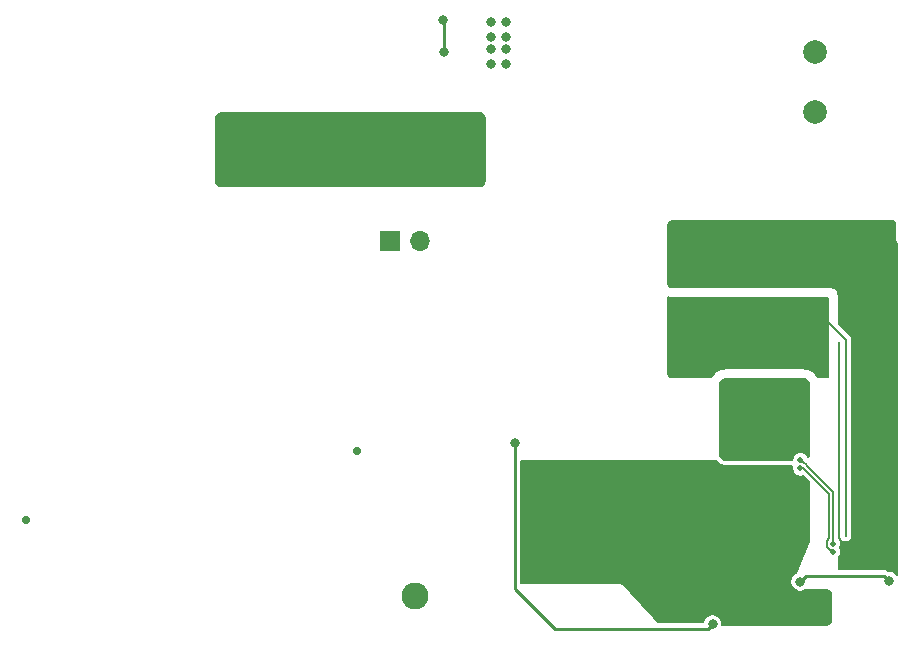
<source format=gbr>
G04 #@! TF.GenerationSoftware,KiCad,Pcbnew,(5.1.0)-1*
G04 #@! TF.CreationDate,2019-07-19T11:06:20-06:00*
G04 #@! TF.ProjectId,d4100_mod_board_full,64343130-305f-46d6-9f64-5f626f617264,rev?*
G04 #@! TF.SameCoordinates,Original*
G04 #@! TF.FileFunction,Copper,L2,Bot*
G04 #@! TF.FilePolarity,Positive*
%FSLAX46Y46*%
G04 Gerber Fmt 4.6, Leading zero omitted, Abs format (unit mm)*
G04 Created by KiCad (PCBNEW (5.1.0)-1) date 2019-07-19 11:06:20*
%MOMM*%
%LPD*%
G04 APERTURE LIST*
%ADD10C,0.203200*%
%ADD11C,2.286000*%
%ADD12O,1.700000X1.700000*%
%ADD13R,1.700000X1.700000*%
%ADD14C,2.000000*%
%ADD15C,0.736600*%
%ADD16C,0.800000*%
%ADD17C,0.508000*%
%ADD18C,0.203200*%
%ADD19C,0.254000*%
%ADD20C,0.139700*%
%ADD21C,0.127000*%
G04 APERTURE END LIST*
D10*
X137185400Y-124790200D03*
D11*
X100711000Y-129857500D03*
D12*
X101117400Y-99796600D03*
D13*
X98577400Y-99796600D03*
D14*
X134620000Y-83820000D03*
X134620000Y-88900000D03*
D15*
X95808800Y-117576600D03*
X67818000Y-123418600D03*
D16*
X107188000Y-81280000D03*
X108458000Y-81280000D03*
X107188000Y-84836000D03*
X108458000Y-84836000D03*
X108458000Y-83566000D03*
X107188000Y-83566000D03*
X107188000Y-82550000D03*
X108458000Y-82550000D03*
X127939800Y-102311200D03*
X127076200Y-103124000D03*
X128803400Y-103124000D03*
X127076200Y-101473000D03*
X128803400Y-101473000D03*
X116763800Y-125526800D03*
X120777000Y-130606800D03*
X130276600Y-126949200D03*
X129032000Y-126949200D03*
X128905000Y-123342400D03*
X130251200Y-123291600D03*
X127441960Y-121066560D03*
X115483640Y-126806960D03*
X118765720Y-124154800D03*
X133400800Y-130581400D03*
X132664200Y-129717800D03*
X132613400Y-131902200D03*
X133466840Y-106344720D03*
X127238760Y-110068360D03*
X125920500Y-132270500D03*
X109164120Y-116900960D03*
X103174800Y-83845400D03*
X103098600Y-81127600D03*
X102616000Y-92456000D03*
X105918000Y-92456000D03*
X105918000Y-90678000D03*
X102616000Y-90678000D03*
X105156000Y-94488000D03*
X103378000Y-94488000D03*
X101600000Y-94488000D03*
X100584000Y-93218000D03*
X100584000Y-91440000D03*
X133116320Y-112669320D03*
D17*
X133365393Y-118370350D03*
X136097400Y-125425200D03*
X133365393Y-119056150D03*
X136097400Y-126111000D03*
D16*
X140868400Y-128600200D03*
X133350000Y-128651000D03*
D18*
X137185400Y-108197115D02*
X137185400Y-124790200D01*
X134772400Y-106349800D02*
X135338085Y-106349800D01*
X135338085Y-106349800D02*
X137185400Y-108197115D01*
D19*
X125520501Y-132670499D02*
X112566399Y-132670499D01*
X125920500Y-132270500D02*
X125520501Y-132670499D01*
X109164120Y-129268220D02*
X109164120Y-116900960D01*
X112566399Y-132670499D02*
X109164120Y-129268220D01*
X103174800Y-83845400D02*
X103174800Y-81203800D01*
X103174800Y-81203800D02*
X103098600Y-81127600D01*
D20*
X136097400Y-121102357D02*
X133889244Y-118894201D01*
X136097400Y-125425200D02*
X136097400Y-121102357D01*
X133527342Y-118532299D02*
X133365393Y-118370350D01*
X133616842Y-118532299D02*
X133527342Y-118532299D01*
X133889244Y-118894201D02*
X133889244Y-118804701D01*
X133889244Y-118804701D02*
X133616842Y-118532299D01*
X133602180Y-119056150D02*
X133365393Y-119056150D01*
X135573549Y-125173751D02*
X135779900Y-124967400D01*
X135845951Y-125949051D02*
X135573549Y-125676649D01*
X135935451Y-125949051D02*
X135845951Y-125949051D01*
X136097400Y-126111000D02*
X135935451Y-125949051D01*
X135779900Y-121233870D02*
X133602180Y-119056150D01*
X135573549Y-125676649D02*
X135573549Y-125173751D01*
X135779900Y-124967400D02*
X135779900Y-121233870D01*
D19*
X133858000Y-128143000D02*
X140411200Y-128143000D01*
X133350000Y-128651000D02*
X133858000Y-128143000D01*
X140411200Y-128143000D02*
X140868400Y-128600200D01*
D21*
G36*
X126313545Y-118536606D02*
G01*
X126395594Y-118618655D01*
X126500804Y-118699386D01*
X126601298Y-118757406D01*
X126723818Y-118808155D01*
X126835900Y-118838187D01*
X126967380Y-118855497D01*
X127025400Y-118859300D01*
X132692365Y-118859300D01*
X132666893Y-118987354D01*
X132666893Y-119124946D01*
X132693736Y-119259895D01*
X132746390Y-119387014D01*
X132822832Y-119501418D01*
X132920125Y-119598711D01*
X133034529Y-119675153D01*
X133161648Y-119727807D01*
X133296597Y-119754650D01*
X133434189Y-119754650D01*
X133550203Y-119731573D01*
X134073900Y-120255270D01*
X134073900Y-125286966D01*
X134033998Y-125477721D01*
X132978226Y-127890914D01*
X132949979Y-127902614D01*
X132811663Y-127995034D01*
X132694034Y-128112663D01*
X132601614Y-128250979D01*
X132537954Y-128404668D01*
X132505500Y-128567824D01*
X132505500Y-128734176D01*
X132537954Y-128897332D01*
X132601614Y-129051021D01*
X132694034Y-129189337D01*
X132811663Y-129306966D01*
X132949979Y-129399386D01*
X133103668Y-129463046D01*
X133266824Y-129495500D01*
X133433176Y-129495500D01*
X133596332Y-129463046D01*
X133750021Y-129399386D01*
X133824681Y-129349500D01*
X135530235Y-129349500D01*
X135649306Y-129365176D01*
X135756373Y-129409524D01*
X135848321Y-129480079D01*
X135918876Y-129572027D01*
X135963224Y-129679094D01*
X135978900Y-129798165D01*
X135978900Y-131872635D01*
X135963224Y-131991706D01*
X135918876Y-132098773D01*
X135848321Y-132190721D01*
X135756373Y-132261276D01*
X135649306Y-132305624D01*
X135530235Y-132321300D01*
X126765000Y-132321300D01*
X126765000Y-132187324D01*
X126732546Y-132024168D01*
X126668886Y-131870479D01*
X126576466Y-131732163D01*
X126458837Y-131614534D01*
X126320521Y-131522114D01*
X126166832Y-131458454D01*
X126003676Y-131426000D01*
X125837324Y-131426000D01*
X125674168Y-131458454D01*
X125520479Y-131522114D01*
X125382163Y-131614534D01*
X125264534Y-131732163D01*
X125172114Y-131870479D01*
X125108454Y-132024168D01*
X125093569Y-132098999D01*
X121263873Y-132098999D01*
X118409838Y-128952819D01*
X118403473Y-128946714D01*
X118295352Y-128856557D01*
X118280405Y-128847269D01*
X118151692Y-128790248D01*
X118134770Y-128785419D01*
X117995350Y-128765913D01*
X117986552Y-128765300D01*
X109735620Y-128765300D01*
X109735620Y-118478300D01*
X126268805Y-118478300D01*
X126313545Y-118536606D01*
X126313545Y-118536606D01*
G37*
X126313545Y-118536606D02*
X126395594Y-118618655D01*
X126500804Y-118699386D01*
X126601298Y-118757406D01*
X126723818Y-118808155D01*
X126835900Y-118838187D01*
X126967380Y-118855497D01*
X127025400Y-118859300D01*
X132692365Y-118859300D01*
X132666893Y-118987354D01*
X132666893Y-119124946D01*
X132693736Y-119259895D01*
X132746390Y-119387014D01*
X132822832Y-119501418D01*
X132920125Y-119598711D01*
X133034529Y-119675153D01*
X133161648Y-119727807D01*
X133296597Y-119754650D01*
X133434189Y-119754650D01*
X133550203Y-119731573D01*
X134073900Y-120255270D01*
X134073900Y-125286966D01*
X134033998Y-125477721D01*
X132978226Y-127890914D01*
X132949979Y-127902614D01*
X132811663Y-127995034D01*
X132694034Y-128112663D01*
X132601614Y-128250979D01*
X132537954Y-128404668D01*
X132505500Y-128567824D01*
X132505500Y-128734176D01*
X132537954Y-128897332D01*
X132601614Y-129051021D01*
X132694034Y-129189337D01*
X132811663Y-129306966D01*
X132949979Y-129399386D01*
X133103668Y-129463046D01*
X133266824Y-129495500D01*
X133433176Y-129495500D01*
X133596332Y-129463046D01*
X133750021Y-129399386D01*
X133824681Y-129349500D01*
X135530235Y-129349500D01*
X135649306Y-129365176D01*
X135756373Y-129409524D01*
X135848321Y-129480079D01*
X135918876Y-129572027D01*
X135963224Y-129679094D01*
X135978900Y-129798165D01*
X135978900Y-131872635D01*
X135963224Y-131991706D01*
X135918876Y-132098773D01*
X135848321Y-132190721D01*
X135756373Y-132261276D01*
X135649306Y-132305624D01*
X135530235Y-132321300D01*
X126765000Y-132321300D01*
X126765000Y-132187324D01*
X126732546Y-132024168D01*
X126668886Y-131870479D01*
X126576466Y-131732163D01*
X126458837Y-131614534D01*
X126320521Y-131522114D01*
X126166832Y-131458454D01*
X126003676Y-131426000D01*
X125837324Y-131426000D01*
X125674168Y-131458454D01*
X125520479Y-131522114D01*
X125382163Y-131614534D01*
X125264534Y-131732163D01*
X125172114Y-131870479D01*
X125108454Y-132024168D01*
X125093569Y-132098999D01*
X121263873Y-132098999D01*
X118409838Y-128952819D01*
X118403473Y-128946714D01*
X118295352Y-128856557D01*
X118280405Y-128847269D01*
X118151692Y-128790248D01*
X118134770Y-128785419D01*
X117995350Y-128765913D01*
X117986552Y-128765300D01*
X109735620Y-128765300D01*
X109735620Y-118478300D01*
X126268805Y-118478300D01*
X126313545Y-118536606D01*
G36*
X106286906Y-88979176D02*
G01*
X106393973Y-89023524D01*
X106485921Y-89094079D01*
X106556476Y-89186027D01*
X106600824Y-89293094D01*
X106616500Y-89412165D01*
X106616500Y-94737835D01*
X106600824Y-94856906D01*
X106556476Y-94963973D01*
X106485921Y-95055921D01*
X106393973Y-95126476D01*
X106286906Y-95170824D01*
X106167835Y-95186500D01*
X84332165Y-95186500D01*
X84213094Y-95170824D01*
X84106027Y-95126476D01*
X84014079Y-95055921D01*
X83943524Y-94963973D01*
X83899176Y-94856906D01*
X83883500Y-94737835D01*
X83883500Y-89412165D01*
X83899176Y-89293094D01*
X83943524Y-89186027D01*
X84014079Y-89094079D01*
X84106027Y-89023524D01*
X84213094Y-88979176D01*
X84332165Y-88963500D01*
X106167835Y-88963500D01*
X106286906Y-88979176D01*
X106286906Y-88979176D01*
G37*
X106286906Y-88979176D02*
X106393973Y-89023524D01*
X106485921Y-89094079D01*
X106556476Y-89186027D01*
X106600824Y-89293094D01*
X106616500Y-89412165D01*
X106616500Y-94737835D01*
X106600824Y-94856906D01*
X106556476Y-94963973D01*
X106485921Y-95055921D01*
X106393973Y-95126476D01*
X106286906Y-95170824D01*
X106167835Y-95186500D01*
X84332165Y-95186500D01*
X84213094Y-95170824D01*
X84106027Y-95126476D01*
X84014079Y-95055921D01*
X83943524Y-94963973D01*
X83899176Y-94856906D01*
X83883500Y-94737835D01*
X83883500Y-89412165D01*
X83899176Y-89293094D01*
X83943524Y-89186027D01*
X84014079Y-89094079D01*
X84106027Y-89023524D01*
X84213094Y-88979176D01*
X84332165Y-88963500D01*
X106167835Y-88963500D01*
X106286906Y-88979176D01*
G36*
X141211906Y-98123176D02*
G01*
X141318973Y-98167524D01*
X141389501Y-98221642D01*
X141389500Y-99671942D01*
X141387229Y-99695000D01*
X141396294Y-99787038D01*
X141423140Y-99875539D01*
X141466737Y-99957102D01*
X141525408Y-100028592D01*
X141541500Y-100041799D01*
X141541500Y-128087506D01*
X141524366Y-128061863D01*
X141406737Y-127944234D01*
X141268421Y-127851814D01*
X141114732Y-127788154D01*
X140951576Y-127755700D01*
X140832669Y-127755700D01*
X140817267Y-127736933D01*
X140730245Y-127665516D01*
X140630962Y-127612448D01*
X140523234Y-127579769D01*
X140439274Y-127571500D01*
X140411200Y-127568735D01*
X140383126Y-127571500D01*
X136588500Y-127571500D01*
X136588500Y-126607729D01*
X136639961Y-126556268D01*
X136716403Y-126441864D01*
X136769057Y-126314745D01*
X136795900Y-126179796D01*
X136795900Y-126042204D01*
X136769057Y-125907255D01*
X136716403Y-125780136D01*
X136708361Y-125768100D01*
X136716403Y-125756064D01*
X136769057Y-125628945D01*
X136795900Y-125493996D01*
X136795900Y-125356404D01*
X136769057Y-125221455D01*
X136716403Y-125094336D01*
X136639961Y-124979932D01*
X136611750Y-124951721D01*
X136611750Y-121127617D01*
X136614238Y-121102356D01*
X136604307Y-121001526D01*
X136588500Y-120949420D01*
X136588500Y-108372517D01*
X136639300Y-108423317D01*
X136639301Y-124736409D01*
X136639300Y-124736414D01*
X136639300Y-124843986D01*
X136644562Y-124870438D01*
X136647203Y-124897254D01*
X136655026Y-124923044D01*
X136660287Y-124949491D01*
X136670605Y-124974400D01*
X136678429Y-125000194D01*
X136691135Y-125023965D01*
X136701453Y-125048875D01*
X136716433Y-125071295D01*
X136729139Y-125095065D01*
X136746237Y-125115899D01*
X136761217Y-125138318D01*
X136780283Y-125157384D01*
X136797382Y-125178219D01*
X136818217Y-125195318D01*
X136837282Y-125214383D01*
X136859700Y-125229362D01*
X136880536Y-125246462D01*
X136904309Y-125259169D01*
X136926725Y-125274147D01*
X136951631Y-125284463D01*
X136975407Y-125297172D01*
X137001206Y-125304998D01*
X137026109Y-125315313D01*
X137052549Y-125320573D01*
X137078347Y-125328398D01*
X137105171Y-125331040D01*
X137131614Y-125336300D01*
X137158576Y-125336300D01*
X137185400Y-125338942D01*
X137212224Y-125336300D01*
X137239186Y-125336300D01*
X137265628Y-125331040D01*
X137292454Y-125328398D01*
X137318254Y-125320572D01*
X137344691Y-125315313D01*
X137369591Y-125304999D01*
X137395394Y-125297172D01*
X137419174Y-125284461D01*
X137444075Y-125274147D01*
X137466487Y-125259171D01*
X137490265Y-125246462D01*
X137511105Y-125229359D01*
X137533518Y-125214383D01*
X137552579Y-125195322D01*
X137573419Y-125178219D01*
X137590522Y-125157379D01*
X137609583Y-125138318D01*
X137624559Y-125115905D01*
X137641662Y-125095065D01*
X137654371Y-125071287D01*
X137669347Y-125048875D01*
X137679661Y-125023974D01*
X137692372Y-125000194D01*
X137700199Y-124974391D01*
X137710513Y-124949491D01*
X137715772Y-124923054D01*
X137723598Y-124897254D01*
X137726240Y-124870428D01*
X137731500Y-124843986D01*
X137731500Y-108223932D01*
X137734141Y-108197115D01*
X137731500Y-108170298D01*
X137731500Y-108170291D01*
X137723598Y-108090061D01*
X137692372Y-107987121D01*
X137641662Y-107892250D01*
X137573419Y-107809096D01*
X137552584Y-107791997D01*
X136588500Y-106827914D01*
X136588500Y-104317800D01*
X136587957Y-104309511D01*
X136570647Y-104178031D01*
X136566356Y-104162020D01*
X136515607Y-104039500D01*
X136507319Y-104025143D01*
X136426588Y-103919933D01*
X136414867Y-103908212D01*
X136309657Y-103827481D01*
X136295300Y-103819193D01*
X136172780Y-103768444D01*
X136156769Y-103764153D01*
X136025289Y-103746843D01*
X136017000Y-103746300D01*
X122584565Y-103746300D01*
X122465494Y-103730624D01*
X122358427Y-103686276D01*
X122266479Y-103615721D01*
X122195924Y-103523773D01*
X122151576Y-103416706D01*
X122135900Y-103297635D01*
X122135900Y-98556165D01*
X122151576Y-98437094D01*
X122195924Y-98330027D01*
X122266479Y-98238079D01*
X122358427Y-98167524D01*
X122465494Y-98123176D01*
X122584565Y-98107500D01*
X141092835Y-98107500D01*
X141211906Y-98123176D01*
X141211906Y-98123176D01*
G37*
X141211906Y-98123176D02*
X141318973Y-98167524D01*
X141389501Y-98221642D01*
X141389500Y-99671942D01*
X141387229Y-99695000D01*
X141396294Y-99787038D01*
X141423140Y-99875539D01*
X141466737Y-99957102D01*
X141525408Y-100028592D01*
X141541500Y-100041799D01*
X141541500Y-128087506D01*
X141524366Y-128061863D01*
X141406737Y-127944234D01*
X141268421Y-127851814D01*
X141114732Y-127788154D01*
X140951576Y-127755700D01*
X140832669Y-127755700D01*
X140817267Y-127736933D01*
X140730245Y-127665516D01*
X140630962Y-127612448D01*
X140523234Y-127579769D01*
X140439274Y-127571500D01*
X140411200Y-127568735D01*
X140383126Y-127571500D01*
X136588500Y-127571500D01*
X136588500Y-126607729D01*
X136639961Y-126556268D01*
X136716403Y-126441864D01*
X136769057Y-126314745D01*
X136795900Y-126179796D01*
X136795900Y-126042204D01*
X136769057Y-125907255D01*
X136716403Y-125780136D01*
X136708361Y-125768100D01*
X136716403Y-125756064D01*
X136769057Y-125628945D01*
X136795900Y-125493996D01*
X136795900Y-125356404D01*
X136769057Y-125221455D01*
X136716403Y-125094336D01*
X136639961Y-124979932D01*
X136611750Y-124951721D01*
X136611750Y-121127617D01*
X136614238Y-121102356D01*
X136604307Y-121001526D01*
X136588500Y-120949420D01*
X136588500Y-108372517D01*
X136639300Y-108423317D01*
X136639301Y-124736409D01*
X136639300Y-124736414D01*
X136639300Y-124843986D01*
X136644562Y-124870438D01*
X136647203Y-124897254D01*
X136655026Y-124923044D01*
X136660287Y-124949491D01*
X136670605Y-124974400D01*
X136678429Y-125000194D01*
X136691135Y-125023965D01*
X136701453Y-125048875D01*
X136716433Y-125071295D01*
X136729139Y-125095065D01*
X136746237Y-125115899D01*
X136761217Y-125138318D01*
X136780283Y-125157384D01*
X136797382Y-125178219D01*
X136818217Y-125195318D01*
X136837282Y-125214383D01*
X136859700Y-125229362D01*
X136880536Y-125246462D01*
X136904309Y-125259169D01*
X136926725Y-125274147D01*
X136951631Y-125284463D01*
X136975407Y-125297172D01*
X137001206Y-125304998D01*
X137026109Y-125315313D01*
X137052549Y-125320573D01*
X137078347Y-125328398D01*
X137105171Y-125331040D01*
X137131614Y-125336300D01*
X137158576Y-125336300D01*
X137185400Y-125338942D01*
X137212224Y-125336300D01*
X137239186Y-125336300D01*
X137265628Y-125331040D01*
X137292454Y-125328398D01*
X137318254Y-125320572D01*
X137344691Y-125315313D01*
X137369591Y-125304999D01*
X137395394Y-125297172D01*
X137419174Y-125284461D01*
X137444075Y-125274147D01*
X137466487Y-125259171D01*
X137490265Y-125246462D01*
X137511105Y-125229359D01*
X137533518Y-125214383D01*
X137552579Y-125195322D01*
X137573419Y-125178219D01*
X137590522Y-125157379D01*
X137609583Y-125138318D01*
X137624559Y-125115905D01*
X137641662Y-125095065D01*
X137654371Y-125071287D01*
X137669347Y-125048875D01*
X137679661Y-125023974D01*
X137692372Y-125000194D01*
X137700199Y-124974391D01*
X137710513Y-124949491D01*
X137715772Y-124923054D01*
X137723598Y-124897254D01*
X137726240Y-124870428D01*
X137731500Y-124843986D01*
X137731500Y-108223932D01*
X137734141Y-108197115D01*
X137731500Y-108170298D01*
X137731500Y-108170291D01*
X137723598Y-108090061D01*
X137692372Y-107987121D01*
X137641662Y-107892250D01*
X137573419Y-107809096D01*
X137552584Y-107791997D01*
X136588500Y-106827914D01*
X136588500Y-104317800D01*
X136587957Y-104309511D01*
X136570647Y-104178031D01*
X136566356Y-104162020D01*
X136515607Y-104039500D01*
X136507319Y-104025143D01*
X136426588Y-103919933D01*
X136414867Y-103908212D01*
X136309657Y-103827481D01*
X136295300Y-103819193D01*
X136172780Y-103768444D01*
X136156769Y-103764153D01*
X136025289Y-103746843D01*
X136017000Y-103746300D01*
X122584565Y-103746300D01*
X122465494Y-103730624D01*
X122358427Y-103686276D01*
X122266479Y-103615721D01*
X122195924Y-103523773D01*
X122151576Y-103416706D01*
X122135900Y-103297635D01*
X122135900Y-98556165D01*
X122151576Y-98437094D01*
X122195924Y-98330027D01*
X122266479Y-98238079D01*
X122358427Y-98167524D01*
X122465494Y-98123176D01*
X122584565Y-98107500D01*
X141092835Y-98107500D01*
X141211906Y-98123176D01*
G36*
X122341169Y-104610927D02*
G01*
X122472649Y-104628237D01*
X122580400Y-104635300D01*
X135699500Y-104635300D01*
X135699500Y-111329833D01*
X135649306Y-111350624D01*
X135530235Y-111366300D01*
X134831083Y-111366300D01*
X134724253Y-111181265D01*
X134643522Y-111076055D01*
X134491145Y-110923678D01*
X134385935Y-110842947D01*
X134199303Y-110735195D01*
X134076783Y-110684446D01*
X133868631Y-110628673D01*
X133737151Y-110611363D01*
X133629400Y-110604300D01*
X127025400Y-110604300D01*
X126917649Y-110611363D01*
X126786169Y-110628673D01*
X126578017Y-110684446D01*
X126455497Y-110735195D01*
X126268865Y-110842947D01*
X126163655Y-110923678D01*
X126011278Y-111076055D01*
X125930547Y-111181265D01*
X125823717Y-111366300D01*
X122584565Y-111366300D01*
X122465494Y-111350624D01*
X122358427Y-111306276D01*
X122266479Y-111235721D01*
X122195924Y-111143773D01*
X122151576Y-111036706D01*
X122135900Y-110917635D01*
X122135900Y-104555926D01*
X122341169Y-104610927D01*
X122341169Y-104610927D01*
G37*
X122341169Y-104610927D02*
X122472649Y-104628237D01*
X122580400Y-104635300D01*
X135699500Y-104635300D01*
X135699500Y-111329833D01*
X135649306Y-111350624D01*
X135530235Y-111366300D01*
X134831083Y-111366300D01*
X134724253Y-111181265D01*
X134643522Y-111076055D01*
X134491145Y-110923678D01*
X134385935Y-110842947D01*
X134199303Y-110735195D01*
X134076783Y-110684446D01*
X133868631Y-110628673D01*
X133737151Y-110611363D01*
X133629400Y-110604300D01*
X127025400Y-110604300D01*
X126917649Y-110611363D01*
X126786169Y-110628673D01*
X126578017Y-110684446D01*
X126455497Y-110735195D01*
X126268865Y-110842947D01*
X126163655Y-110923678D01*
X126011278Y-111076055D01*
X125930547Y-111181265D01*
X125823717Y-111366300D01*
X122584565Y-111366300D01*
X122465494Y-111350624D01*
X122358427Y-111306276D01*
X122266479Y-111235721D01*
X122195924Y-111143773D01*
X122151576Y-111036706D01*
X122135900Y-110917635D01*
X122135900Y-104555926D01*
X122341169Y-104610927D01*
G36*
X133744306Y-111508976D02*
G01*
X133851373Y-111553324D01*
X133943321Y-111623879D01*
X134013876Y-111715827D01*
X134058224Y-111822894D01*
X134073900Y-111941965D01*
X134073900Y-117902635D01*
X134058224Y-118021706D01*
X134017628Y-118119715D01*
X133984396Y-118039486D01*
X133907954Y-117925082D01*
X133810661Y-117827789D01*
X133696257Y-117751347D01*
X133569138Y-117698693D01*
X133434189Y-117671850D01*
X133296597Y-117671850D01*
X133161648Y-117698693D01*
X133034529Y-117751347D01*
X132920125Y-117827789D01*
X132822832Y-117925082D01*
X132746390Y-118039486D01*
X132693736Y-118166605D01*
X132666893Y-118301554D01*
X132666893Y-118351300D01*
X127029565Y-118351300D01*
X126910494Y-118335624D01*
X126803427Y-118291276D01*
X126711479Y-118220721D01*
X126640924Y-118128773D01*
X126596576Y-118021706D01*
X126580900Y-117902635D01*
X126580900Y-111941965D01*
X126596576Y-111822894D01*
X126640924Y-111715827D01*
X126711479Y-111623879D01*
X126803427Y-111553324D01*
X126910494Y-111508976D01*
X127029565Y-111493300D01*
X133625235Y-111493300D01*
X133744306Y-111508976D01*
X133744306Y-111508976D01*
G37*
X133744306Y-111508976D02*
X133851373Y-111553324D01*
X133943321Y-111623879D01*
X134013876Y-111715827D01*
X134058224Y-111822894D01*
X134073900Y-111941965D01*
X134073900Y-117902635D01*
X134058224Y-118021706D01*
X134017628Y-118119715D01*
X133984396Y-118039486D01*
X133907954Y-117925082D01*
X133810661Y-117827789D01*
X133696257Y-117751347D01*
X133569138Y-117698693D01*
X133434189Y-117671850D01*
X133296597Y-117671850D01*
X133161648Y-117698693D01*
X133034529Y-117751347D01*
X132920125Y-117827789D01*
X132822832Y-117925082D01*
X132746390Y-118039486D01*
X132693736Y-118166605D01*
X132666893Y-118301554D01*
X132666893Y-118351300D01*
X127029565Y-118351300D01*
X126910494Y-118335624D01*
X126803427Y-118291276D01*
X126711479Y-118220721D01*
X126640924Y-118128773D01*
X126596576Y-118021706D01*
X126580900Y-117902635D01*
X126580900Y-111941965D01*
X126596576Y-111822894D01*
X126640924Y-111715827D01*
X126711479Y-111623879D01*
X126803427Y-111553324D01*
X126910494Y-111508976D01*
X127029565Y-111493300D01*
X133625235Y-111493300D01*
X133744306Y-111508976D01*
M02*

</source>
